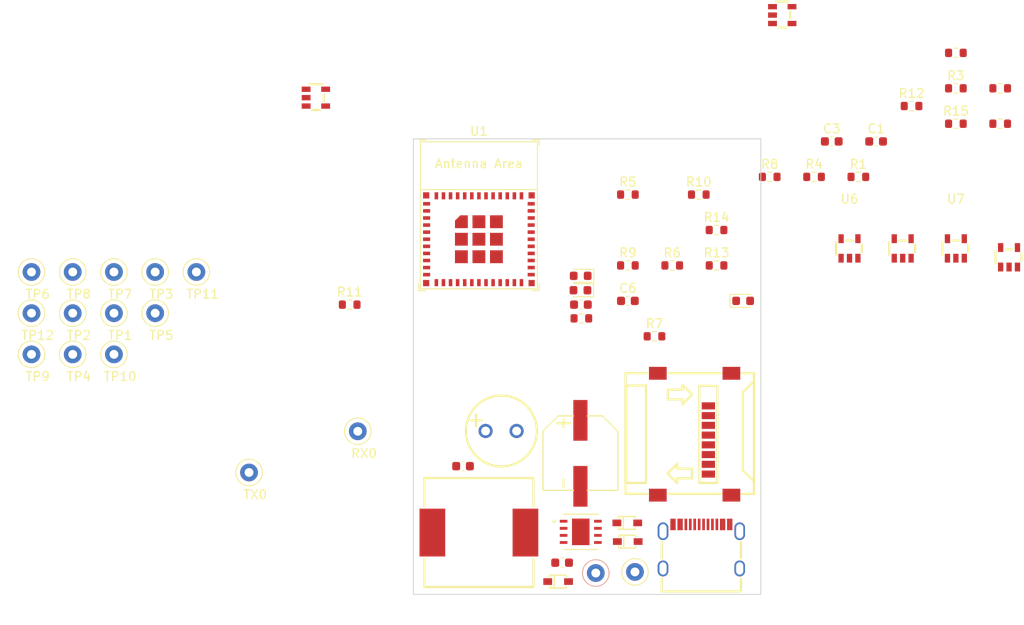
<source format=kicad_pcb>
(kicad_pcb (version 20211014) (generator pcbnew)
  (layers (0 "F.Cu" signal) (31 "B.Cu" signal) (34 "B.Paste" user) (35 "F.Paste" user) (36 "B.SilkS" user "B.Silkscreen") (37 "F.SilkS" user "F.Silkscreen") (38 "B.Mask" user) (39 "F.Mask" user) (44 "Edge.Cuts" user))
  (net 0 "")
  (net 1 "GND")
  (net 2 "+3V3")
  (net 4 "VIN")
  (net 5 "Net-(R2-Pad2)")
  (net 7 "Net-(C1-Pad1)")
  (net 10 "Net-(R3-Pad1)")
  (net 11 "ADC1_CH2")
  (net 15 "ADC1_CH3")
  (net 20 "ADC1_CH0")
  (net 21 "ADC1_CH1")
  (net 26 "Net-(J1-PadB5)")
  (net 27 "D+")
  (net 28 "D-")
  (net 29 "Net-(J1-PadA5)")
  (net 30 "ADC1_CH4")
  (net 31 "Net-(C5-Pad1)")
  (net 32 "+5V")
  (net 33 "Net-(D3-Pad1)")
  (net 34 "Net-(R5-Pad1)")
  (net 35 "Net-(R6-Pad1)")
  (net 36 "+VDC")
  (net 39 "Net-(C4-Pad2)")
  (net 40 "Net-(R4-Pad1)")
  (net 41 "Net-(R8-Pad1)")
  (net 42 "CS")
  (net 43 "DI")
  (net 44 "SCLK")
  (net 45 "DO")
  (net 46 "I2S")
  (net 47 "Net-(R10-Pad2)")
  (net 48 "Net-(R11-Pad2)")
  (net 49 "Net-(R12-Pad2)")
  (net 50 "Net-(R10-Pad1)")
  (net 51 "Net-(R12-Pad1)")
  (net 52 "Net-(R11-Pad1)")
  (net 53 "Net-(RX0-Pad1)")
  (net 54 "Net-(TX0-Pad1)")
  (net 55 "Net-(D2-Pad2)")
  (net 56 "Net-(TP4-Pad1)")
  (net 57 "Net-(TP7-Pad1)")
  (net 58 "Net-(TP8-Pad1)")
  (footprint "TestPoint:TestPoint_Loop_D2.50mm_Drill1.0mm" (layer "F.Cu") (at 155.37 67.74)
    (fp_text reference "TP8" (at 0.7 2.5) (layer "F.SilkS"))
    (fp_text value "TestPoint")
    (pad "1" thru_hole circle (at 0 0) (size 2 2) (drill 1) (layers *.Cu *.Mask) (net 58 "Net-(TP8-Pad1)"))
  )
  (footprint "Resistor_SMD:R_0603_1608Metric" (layer "F.Cu") (at 255 43)
    (fp_text reference "R2" hide)
    (fp_text value "5.1k" hide)
    (pad "1" smd roundrect (at -0.825 0) (size 0.8 0.95) (layers "F.Cu" "F.Paste" "F.Mask") (net 26 "Net-(J1-PadB5)"))
    (pad "2" smd roundrect (at 0.825 0) (size 0.8 0.95) (layers "F.Cu" "F.Paste" "F.Mask") (net 1 "GND"))
  )
  (footprint "lib:B0530WS_SE" (layer "F.Cu") (at 212.670009 97.6122)
    (fp_text reference "D3" hide)
    (fp_text value "B0530WS_SE" hide)
    (pad "1" smd rect (at -3.712591 5.08) (size 0.999998 0.750011) (layers "F.Cu" "F.Paste" "F.Mask") (net 33 "Net-(D3-Pad1)"))
    (pad "2" smd rect (at -1.367409 5.08) (size 0.999998 0.750011) (layers "F.Cu" "F.Paste" "F.Mask") (net 1 "GND"))
  )
  (footprint "Resistor_SMD:R_0603_1608Metric" (layer "F.Cu") (at 218 67)
    (fp_text reference "R9" (at 0 -1.43) (layer "F.SilkS"))
    (fp_text value "10k")
    (pad "1" smd roundrect (at -0.825 0) (size 0.8 0.95) (layers "F.Cu" "F.Paste" "F.Mask") (net 1 "GND"))
    (pad "2" smd roundrect (at 0.825 0) (size 0.8 0.95) (layers "F.Cu" "F.Paste" "F.Mask") (net 39 "Net-(C4-Pad2)"))
  )
  (footprint "TestPoint:TestPoint_Loop_D2.50mm_Drill1.0mm" (layer "F.Cu") (at 160.02 72.39)
    (fp_text reference "TP1" (at 0.7 2.5) (layer "F.SilkS"))
    (fp_text value "TestPoint")
    (pad "1" thru_hole circle (at 0 0) (size 2 2) (drill 1) (layers *.Cu *.Mask) (net 1 "GND"))
  )
  (footprint "lib:LM321MF" (layer "F.Cu") (at 240.495074 38.735 -90)
    (fp_text reference "U4" hide)
    (fp_text value "LM321MF" hide)
    (pad "1" smd rect (at -0.94996 6.180074 270) (size 0.599999 0.999998) (layers "F.Cu" "F.Paste" "F.Mask") (net 58 "Net-(TP8-Pad1)"))
    (pad "2" smd rect (at 0 6.180074 270) (size 0.599999 0.999998) (layers "F.Cu" "F.Paste" "F.Mask") (net 1 "GND"))
    (pad "3" smd rect (at 0.94996 6.180074 270) (size 0.599999 0.999998) (layers "F.Cu" "F.Paste" "F.Mask") (net 20 "ADC1_CH0"))
    (pad "4" smd rect (at 0.94996 3.979926 270) (size 0.599999 0.999998) (layers "F.Cu" "F.Paste" "F.Mask") (net 20 "ADC1_CH0"))
    (pad "5" smd rect (at -0.94996 3.979926 270) (size 0.599999 0.999998) (layers "F.Cu" "F.Paste" "F.Mask") (net 2 "+3V3"))
  )
  (footprint "Capacitor_SMD:C_0603_1608Metric" (layer "F.Cu") (at 246 53)
    (fp_text reference "C1" (at 0 -1.43) (layer "F.SilkS"))
    (fp_text value "1uF")
    (pad "1" smd roundrect (at -0.775 0) (size 0.9 0.95) (layers "F.Cu" "F.Paste" "F.Mask") (net 7 "Net-(C1-Pad1)"))
    (pad "2" smd roundrect (at 0.775 0) (size 0.9 0.95) (layers "F.Cu" "F.Paste" "F.Mask") (net 1 "GND"))
  )
  (footprint "TestPoint:TestPoint_Loop_D2.50mm_Drill1.0mm" (layer "F.Cu") (at 155.37 77.04)
    (fp_text reference "TP4" (at 0.7 2.5) (layer "F.SilkS"))
    (fp_text value "TestPoint")
    (pad "1" thru_hole circle (at 0 0) (size 2 2) (drill 1) (layers *.Cu *.Mask) (net 56 "Net-(TP4-Pad1)"))
  )
  (footprint "TestPoint:TestPoint_Loop_D2.50mm_Drill1.0mm" (layer "F.Cu") (at 164.67 72.39)
    (fp_text reference "TP5" (at 0.7 2.5) (layer "F.SilkS"))
    (fp_text value "TestPoint")
    (pad "1" thru_hole circle (at 0 0) (size 2 2) (drill 1) (layers *.Cu *.Mask) (net 50 "Net-(R10-Pad1)"))
  )
  (footprint "lib:LM321MF" (layer "F.Cu") (at 255 60)
    (fp_text reference "U7" (at 0 -0.5 unlocked) (layer "F.SilkS"))
    (fp_text value "LM321MF")
    (pad "1" smd rect (at -0.94996 6.180074) (size 0.599999 0.999998) (layers "F.Cu" "F.Paste" "F.Mask") (net 49 "Net-(R12-Pad2)"))
    (pad "2" smd rect (at 0 6.180074) (size 0.599999 0.999998) (layers "F.Cu" "F.Paste" "F.Mask") (net 1 "GND"))
    (pad "3" smd rect (at 0.94996 6.180074) (size 0.599999 0.999998) (layers "F.Cu" "F.Paste" "F.Mask") (net 30 "ADC1_CH4"))
    (pad "4" smd rect (at 0.94996 3.979926) (size 0.599999 0.999998) (layers "F.Cu" "F.Paste" "F.Mask") (net 30 "ADC1_CH4"))
    (pad "5" smd rect (at -0.94996 3.979926) (size 0.599999 0.999998) (layers "F.Cu" "F.Paste" "F.Mask") (net 2 "+3V3"))
  )
  (footprint "lib:B0530WS_SE" (layer "F.Cu") (at 220.522895 93.094195)
    (fp_text reference "D2" hide)
    (fp_text value "B0530WS_SE" hide)
    (pad "1" smd rect (at -3.712591 5.08) (size 0.999998 0.750011) (layers "F.Cu" "F.Paste" "F.Mask") (net 39 "Net-(C4-Pad2)"))
    (pad "2" smd rect (at -1.367409 5.08) (size 0.999998 0.750011) (layers "F.Cu" "F.Paste" "F.Mask") (net 55 "Net-(D2-Pad2)"))
  )
  (footprint "TestPoint:TestPoint_Loop_D2.50mm_Drill1.0mm" (layer "F.Cu") (at 218.7956 101.6)
    (fp_text reference "TP14" hide)
    (fp_text value "TestPoint" hide)
    (pad "1" thru_hole circle (at 0 0) (size 2 2) (drill 1) (layers *.Cu *.Mask) (net 55 "Net-(D2-Pad2)"))
  )
  (footprint "TestPoint:TestPoint_Loop_D2.50mm_Drill1.0mm" (layer "F.Cu") (at 150.72 67.74)
    (fp_text reference "TP6" (at 0.7 2.5) (layer "F.SilkS"))
    (fp_text value "TestPoint")
    (pad "1" thru_hole circle (at 0 0) (size 2 2) (drill 1) (layers *.Cu *.Mask) (net 52 "Net-(R11-Pad1)"))
  )
  (footprint "Resistor_SMD:R_0603_1608Metric" (layer "F.Cu") (at 228 63)
    (fp_text reference "R14" (at 0 -1.43) (layer "F.SilkS"))
    (fp_text value "1k")
    (pad "1" smd roundrect (at -0.825 0) (size 0.8 0.95) (layers "F.Cu" "F.Paste" "F.Mask") (net 48 "Net-(R11-Pad2)"))
    (pad "2" smd roundrect (at 0.825 0) (size 0.8 0.95) (layers "F.Cu" "F.Paste" "F.Mask") (net 1 "GND"))
  )
  (footprint "lib:KF471M016F115A" (layer "F.Cu") (at 203.695402 78.071817)
    (fp_text reference "C6" hide)
    (fp_text value "KF471M016F115A" hide)
    (pad "1" thru_hole circle (at -1.75006 7.62 90) (size 1.599997 1.599997) (drill 0.999998) (layers *.Mask "F.Cu" "In1.Cu" "B.Cu") (net 2 "+3V3"))
    (pad "2" thru_hole circle (at 1.75006 7.62 90) (size 1.599997 1.599997) (drill 0.999998) (layers *.Mask "F.Cu" "In1.Cu" "B.Cu") (net 1 "GND"))
  )
  (footprint "Diode_SMD:D_0603_1608Metric" (layer "F.Cu") (at 212.6488 69.7992 180)
    (fp_text reference "D2" hide)
    (fp_text value "D_Zener_Small_Filled" hide)
    (pad "1" smd roundrect (at -0.7875 0 180) (size 0.875 0.95) (layers "F.Cu" "F.Paste" "F.Mask") (net 4 "VIN"))
    (pad "2" smd roundrect (at 0.7875 0 180) (size 0.875 0.95) (layers "F.Cu" "F.Paste" "F.Mask") (net 36 "+VDC"))
  )
  (footprint "lib:LM321MF" (layer "F.Cu") (at 187.883457 48.056813 -90)
    (fp_text reference "U5" hide)
    (fp_text value "LM321MF" hide)
    (pad "1" smd rect (at -0.94996 6.180074 270) (size 0.599999 0.999998) (layers "F.Cu" "F.Paste" "F.Mask") (net 47 "Net-(R10-Pad2)"))
    (pad "2" smd rect (at 0 6.180074 270) (size 0.599999 0.999998) (layers "F.Cu" "F.Paste" "F.Mask") (net 1 "GND"))
    (pad "3" smd rect (at 0.94996 6.180074 270) (size 0.599999 0.999998) (layers "F.Cu" "F.Paste" "F.Mask") (net 11 "ADC1_CH2"))
    (pad "4" smd rect (at 0.94996 3.979926 270) (size 0.599999 0.999998) (layers "F.Cu" "F.Paste" "F.Mask") (net 11 "ADC1_CH2"))
    (pad "5" smd rect (at -0.94996 3.979926 270) (size 0.599999 0.999998) (layers "F.Cu" "F.Paste" "F.Mask") (net 2 "+3V3"))
  )
  (footprint "Capacitor_SMD:C_0603_1608Metric" (layer "F.Cu") (at 212.6996 71.4248 180)
    (fp_text reference "C4" hide)
    (fp_text value "100uF" hide)
    (pad "1" smd roundrect (at -0.775 0 180) (size 0.9 0.95) (layers "F.Cu" "F.Paste" "F.Mask") (net 4 "VIN"))
    (pad "2" smd roundrect (at 0.775 0 180) (size 0.9 0.95) (layers "F.Cu" "F.Paste" "F.Mask") (net 1 "GND"))
  )
  (footprint "TestPoint:TestPoint_Loop_D2.50mm_Drill1.0mm" (layer "F.Cu") (at 155.37 72.39)
    (fp_text reference "TP2" (at 0.7 2.5) (layer "F.SilkS"))
    (fp_text value "TestPoint")
    (pad "1" thru_hole circle (at 0 0) (size 2 2) (drill 1) (layers *.Cu *.Mask) (net 51 "Net-(R12-Pad1)"))
  )
  (footprint "Capacitor_SMD:C_0603_1608Metric" (layer "F.Cu") (at 218 71)
    (fp_text reference "C6" (at 0 -1.43) (layer "F.SilkS"))
    (fp_text value "470uF")
    (pad "1" smd roundrect (at -0.775 0) (size 0.9 0.95) (layers "F.Cu" "F.Paste" "F.Mask") (net 1 "GND"))
    (pad "2" smd roundrect (at 0.775 0) (size 0.9 0.95) (layers "F.Cu" "F.Paste" "F.Mask") (net 2 "+3V3"))
  )
  (footprint "TestPoint:TestPoint_Loop_D2.50mm_Drill1.0mm" (layer "F.Cu") (at 150.72 77.04)
    (fp_text reference "TP9" (at 0.7 2.5) (layer "F.SilkS"))
    (fp_text value "TestPoint")
    (pad "1" thru_hole circle (at 0 0) (size 2 2) (drill 1) (layers *.Cu *.Mask) (net 1 "GND"))
  )
  (footprint "Resistor_SMD:R_0603_1608Metric" (layer "F.Cu") (at 255 47)
    (fp_text reference "R3" (at 0 -1.43) (layer "F.SilkS"))
    (fp_text value "5.1k")
    (pad "1" smd roundrect (at -0.825 0) (size 0.8 0.95) (layers "F.Cu" "F.Paste" "F.Mask") (net 10 "Net-(R3-Pad1)"))
    (pad "2" smd roundrect (at 0.825 0) (size 0.8 0.95) (layers "F.Cu" "F.Paste" "F.Mask") (net 1 "GND"))
  )
  (footprint "Resistor_SMD:R_0603_1608Metric" (layer "F.Cu") (at 244 57)
    (fp_text reference "R1" (at 0 -1.43) (layer "F.SilkS"))
    (fp_text value "10k")
    (pad "1" smd roundrect (at -0.825 0) (size 0.8 0.95) (layers "F.Cu" "F.Paste" "F.Mask") (net 2 "+3V3"))
    (pad "2" smd roundrect (at 0.825 0) (size 0.8 0.95) (layers "F.Cu" "F.Paste" "F.Mask") (net 7 "Net-(C1-Pad1)"))
  )
  (footprint "Resistor_SMD:R_0603_1608Metric" (layer "F.Cu") (at 218 59)
    (fp_text reference "R5" (at 0 -1.43) (layer "F.SilkS"))
    (fp_text value "0.33")
    (pad "1" smd roundrect (at -0.825 0) (size 0.8 0.95) (layers "F.Cu" "F.Paste" "F.Mask") (net 34 "Net-(R5-Pad1)"))
    (pad "2" smd roundrect (at 0.825 0) (size 0.8 0.95) (layers "F.Cu" "F.Paste" "F.Mask") (net 39 "Net-(C4-Pad2)"))
  )
  (footprint "TestPoint:TestPoint_Loop_D2.50mm_Drill1.0mm" (layer "F.Cu") (at 160.02 67.74)
    (fp_text reference "TP7" (at 0.7 2.5) (layer "F.SilkS"))
    (fp_text value "TestPoint")
    (pad "1" thru_hole circle (at 0 0) (size 2 2) (drill 1) (layers *.Cu *.Mask) (net 57 "Net-(TP7-Pad1)"))
  )
  (footprint "Capacitor_SMD:C_0603_1608Metric" (layer "F.Cu") (at 199.403 89.662)
    (fp_text reference "C2" hide)
    (fp_text value "10uF" hide)
    (pad "1" smd roundrect (at -0.775 0) (size 0.9 0.95) (layers "F.Cu" "F.Paste" "F.Mask") (net 2 "+3V3"))
    (pad "2" smd roundrect (at 0.775 0) (size 0.9 0.95) (layers "F.Cu" "F.Paste" "F.Mask") (net 1 "GND"))
  )
  (footprint "Diode_SMD:D_0603_1608Metric" (layer "F.Cu") (at 231 71)
    (fp_text reference "D3" hide)
    (fp_text value "D_Zener_Small_Filled" hide)
    (pad "1" smd roundrect (at -0.7875 0) (size 0.875 0.95) (layers "F.Cu" "F.Paste" "F.Mask") (net 33 "Net-(D3-Pad1)"))
    (pad "2" smd roundrect (at 0.7875 0) (size 0.875 0.95) (layers "F.Cu" "F.Paste" "F.Mask") (net 1 "GND"))
  )
  (footprint "Capacitor_SMD:C_0603_1608Metric" (layer "F.Cu") (at 241 53)
    (fp_text reference "C3" (at 0 -1.43) (layer "F.SilkS"))
    (fp_text value "0.1uF")
    (pad "1" smd roundrect (at -0.775 0) (size 0.9 0.95) (layers "F.Cu" "F.Paste" "F.Mask") (net 2 "+3V3"))
    (pad "2" smd roundrect (at 0.775 0) (size 0.9 0.95) (layers "F.Cu" "F.Paste" "F.Mask") (net 1 "GND"))
  )
  (footprint "TestPoint:TestPoint_Loop_D2.50mm_Drill1.0mm" (layer "F.Cu") (at 164.67 67.74)
    (fp_text reference "TP3" (at 0.7 2.5) (layer "F.SilkS"))
    (fp_text value "TestPoint")
    (pad "1" thru_hole circle (at 0 0) (size 2 2) (drill 1) (layers *.Cu *.Mask) (net 1 "GND"))
  )
  (footprint "Resistor_SMD:R_0603_1608Metric" (layer "F.Cu") (at 221 75)
    (fp_text reference "R7" (at 0 -1.43) (layer "F.SilkS"))
    (fp_text value "3.3k")
    (pad "1" smd roundrect (at -0.825 0) (size 0.8 0.95) (layers "F.Cu" "F.Paste" "F.Mask") (net 2 "+3V3"))
    (pad "2" smd roundrect (at 0.825 0) (size 0.8 0.95) (layers "F.Cu" "F.Paste" "F.Mask") (net 35 "Net-(R6-Pad1)"))
  )
  (footprint "Resistor_SMD:R_0603_1608Metric" (layer "F.Cu") (at 186.6138 71.4248)
    (fp_text reference "R11" (at 0 -1.43) (layer "F.SilkS"))
    (fp_text value "3.92k")
    (pad "1" smd roundrect (at -0.825 0) (size 0.8 0.95) (layers "F.Cu" "F.Paste" "F.Mask") (net 52 "Net-(R11-Pad1)"))
    (pad "2" smd roundrect (at 0.825 0) (size 0.8 0.95) (layers "F.Cu" "F.Paste" "F.Mask") (net 48 "Net-(R11-Pad2)"))
  )
  (footprint "lib:USB-TYPE-C-018" (layer "F.Cu") (at 226.2886 91.10587)
    (fp_text reference "USB-C1" hide)
    (fp_text value "USB-TYPE-C-018" hide)
    (pad "" np_thru_hole circle (at -2.899918 6.404356) (size 0.750011 0.750011) (drill 0.750011) (layers *.Mask "F.Cu" "In1.Cu" "B.Cu"))
    (pad "" np_thru_hole circle (at 2.899918 6.404356) (size 0.750011 0.750011) (drill 0.750011) (layers *.Mask "F.Cu" "In1.Cu" "B.Cu"))
    (pad "0" thru_hole oval (at -4.325112 5.90423) (size 1.199998 1.999996) (drill oval 0.799998 1.600022) (layers *.Mask "F.Cu" "In1.Cu" "B.Cu") (net 1 "GND"))
    (pad "1" thru_hole oval (at 4.325112 5.90423) (size 1.199998 1.999996) (drill oval 0.799998 1.599971) (layers *.Mask "F.Cu" "In1.Cu" "B.Cu") (net 1 "GND"))
    (pad "2" thru_hole oval (at 4.325112 10.10412) (size 1.199998 1.799996) (drill oval 0.799998 1.399997) (layers *.Mask "F.Cu" "In1.Cu" "B.Cu") (net 1 "GND"))
    (pad "3" thru_hole oval (at -4.325112 10.10412) (size 1.199998 1.799996) (drill oval 0.799998 1.399997) (layers *.Mask "F.Cu" "In1.Cu" "B.Cu") (net 1 "GND"))
    (pad "A1" smd rect (at -3.350006 5.13588) (size 0.299999 1.299997) (layers "F.Cu" "F.Paste" "F.Mask") (net 1 "GND"))
    (pad "A4" smd rect (at -2.549906 5.13588) (size 0.299999 1.299997) (layers "F.Cu" "F.Paste" "F.Mask") (net 32 "+5V"))
    (pad "A5" smd rect (at -1.249934 5.13588) (size 0.299999 1.299997) (layers "F.Cu" "F.Paste" "F.Mask"))
    (pad "A6" smd rect (at -0.249936 5.13588) (size 0.299999 1.299997) (layers "F.Cu" "F.Paste" "F.Mask") (net 27 "D+"))
    (pad "A7" smd rect (at 0.249936 5.13588) (size 0.299999 1.299997) (layers "F.Cu" "F.Paste" "F.Mask") (net 28 "D-"))
    (pad "A8" smd rect (at 1.24968 5.13588) (size 0.299999 1.299997) (layers "F.Cu" "F.Paste" "F.Mask"))
    (pad "A9" smd rect (at 2.55016 5.13588) (size 0.299999 1.299997) (layers "F.Cu" "F.Paste" "F.Mask") (net 32 "+5V"))
    (pad "A12" smd rect (at 3.350006 5.13588) (size 0.299999 1.299997) (layers "F.Cu" "F.Paste" "F.Mask") (net 1 "GND"))
    (pad "B1" smd rect (at 3.050032 5.13588) (size 0.299999 1.299997) (layers "F.Cu" "F.Paste" "F.Mask") (net 1 "GND"))
    (pad "B4" smd rect (at 2.249932 5.13588) (size 0.299999 1.299997) (layers "F.Cu" "F.Paste" "F.Mask") (net 32 "+5V"))
    (pad "B5" smd rect (at 1.75006 5.13588) (size 0.299999 1.299997) (layers "F.Cu" "F.Paste" "F.Mask"))
    (pad "B6" smd rect (at 0.750062 5.13588) (size 0.299999 1.299997) (layers "F.Cu" "F.Paste" "F.Mask") (net 27 "D+"))
    (pad "B7" smd rect (at -0.750062 5.13588) (size 0.299999 1.299997) (layers "F.Cu" "F.Paste" "F.Mask") (net 28 "D-"))
    (pad "B8" smd rect (at -1.75006 5.13588) (size 0.299999 1.299997) (layers "F.Cu" "F.Paste" "F.Mask"))
    (pad "B9" smd rect (at -2.249932 5.13588) (size 0.299999 1.299997) (layers "F.Cu" "F.Paste" "F.Mask") (net 32 "+5V"))
    (pad "B12" smd rect (at -3.050032 5.13588) (size 0.299999 1.299997) (layers "F.Cu" "F.Paste" "F.Mask") (net 1 "GND"))
  )
  (footprint "Resistor_SMD:R_0603_1608Metric" (layer "F.Cu") (at 250 49)
    (fp_text reference "R12" (at 0 -1.43) (layer "F.SilkS"))
    (fp_text value "7.5k")
    (pad "1" smd roundrect (at -0.825 0) (size 0.8 0.95) (layers "F.Cu" "F.Paste" "F.Mask") (net 51 "Net-(R12-Pad1)"))
    (pad "2" smd roundrect (at 0.825 0) (size 0.8 0.95) (layers "F.Cu" "F.Paste" "F.Mask") (net 49 "Net-(R12-Pad2)"))
  )
  (footprint "Resistor_SMD:R_0603_1608Metric" (layer "F.Cu") (at 223 67)
    (fp_text reference "R6" (at 0 -1.43) (layer "F.SilkS"))
    (fp_text value "1.96k")
    (pad "1" smd roundrect (at -0.825 0) (size 0.8 0.95) (layers "F.Cu" "F.Paste" "F.Mask") (net 35 "Net-(R6-Pad1)"))
    (pad "2" smd roundrect (at 0.825 0) (size 0.8 0.95) (layers "F.Cu" "F.Paste" "F.Mask") (net 1 "GND"))
  )
  (footprint "Resistor_SMD:R_0603_1608Metric" (layer "F.Cu") (at 260 51)
    (fp_text reference "R3" hide)
    (fp_text value "5.1k" hide)
    (pad "1" smd roundrect (at -0.825 0) (size 0.8 0.95) (layers "F.Cu" "F.Paste" "F.Mask") (net 1 "GND"))
    (pad "2" smd roundrect (at 0.825 0) (size 0.8 0.95) (layers "F.Cu" "F.Paste" "F.Mask") (net 29 "Net-(J1-PadA5)"))
  )
  (footprint "Resistor_SMD:R_0603_1608Metric" (layer "F.Cu") (at 212.7504 72.9742)
    (fp_text reference "R4" hide)
    (fp_text value "10k" hide)
    (pad "1" smd roundrect (at -0.825 0) (size 0.8 0.95) (layers "F.Cu" "F.Paste" "F.Mask") (net 1 "GND"))
    (pad "2" smd roundrect (at 0.825 0) (size 0.8 0.95) (layers "F.Cu" "F.Paste" "F.Mask") (net 4 "VIN"))
  )
  (footprint "lib:472192001" (layer "F.Cu") (at 212.827407 86.0552 90)
    (fp_text reference "SD1" hide)
    (fp_text value "472192001" hide)
    (pad "1" smd rect (at 3.200019 14.249781 90) (size 0.799998 1.499997) (layers "F.Cu" "F.Paste" "F.Mask") (net 40 "Net-(R4-Pad1)"))
    (pad "2" smd rect (at 2.099945 14.249781 90) (size 0.799998 1.499997) (layers "F.Cu" "F.Paste" "F.Mask") (net 42 "CS"))
    (pad "3" smd rect (at 0.999871 14.249781 90) (size 0.799998 1.499997) (layers "F.Cu" "F.Paste" "F.Mask") (net 43 "DI"))
    (pad "4" smd rect (at -0.099949 14.249781 90) (size 0.799998 1.499997) (layers "F.Cu" "F.Paste" "F.Mask") (net 2 "+3V3"))
    (pad "5" smd rect (at -1.200023 14.249781 90) (size 0.799998 1.499997) (layers "F.Cu" "F.Paste" "F.Mask") (net 44 "SCLK"))
    (pad "6" smd rect (at -2.300097 14.249781 90) (size 0.799998 1.499997) (layers "F.Cu" "F.Paste" "F.Mask") (net 1 "GND"))
    (pad "7" smd rect (at -3.399917 14.249781 90) (size 0.799998 1.499997) (layers "F.Cu" "F.Paste" "F.Mask") (net 45 "DO"))
    (pad "8" smd rect (at -4.499991 14.249781 90) (size 0.799998 1.499997) (layers "F.Cu" "F.Paste" "F.Mask") (net 41 "Net-(R8-Pad1)"))
    (pad "9" smd rect (at 6.879971 8.550021 90) (size 1.45001 1.999996) (layers "F.Cu" "F.Paste" "F.Mask") (net 1 "GND"))
    (pad "10" smd rect (at -6.879971 8.550021 90) (size 1.45001 1.999996) (layers "F.Cu" "F.Paste" "F.Mask") (net 1 "GND"))
    (pad "11" smd rect (at -6.879971 16.849979 90) (size 1.45001 1.999996) (layers "F.Cu" "F.Paste" "F.Mask") (net 1 "GND"))
    (pad "12" smd rect (at 6.879971 16.849979 90) (size 1.45001 1.999996) (layers "F.Cu" "F.Paste" "F.Mask") (net 1 "GND"))
  )
  (footprint "TestPoint:TestPoint_Loop_D2.50mm_Drill1.0mm" (layer "F.Cu") (at 175.26 90.375)
    (fp_text reference "TX0" (at 0.7 2.5) (layer "F.SilkS"))
    (fp_text value "TestPoint")
    (pad "1" thru_hole circle (at 0 0) (size 2 2) (drill 1) (layers *.Cu *.Mask) (net 54 "Net-(TX0-Pad1)"))
  )
  (footprint "lib:LM321MF" (layer "F.Cu") (at 249 60)
    (fp_text reference "U3")
    (fp_text value "LM321MF" hide)
    (pad "1" smd rect (at -0.94996 6.180074) (size 0.599999 0.999998) (layers "F.Cu" "F.Paste" "F.Mask") (net 57 "Net-(TP7-Pad1)"))
    (pad "2" smd rect (at 0 6.180074) (size 0.599999 0.999998) (layers "F.Cu" "F.Paste" "F.Mask") (net 1 "GND"))
    (pad "3" smd rect (at 0.94996 6.180074) (size 0.599999 0.999998) (layers "F.Cu" "F.Paste" "F.Mask") (net 21 "ADC1_CH1"))
    (pad "4" smd rect (at 0.94996 3.979926) (size 0.599999 0.999998) (layers "F.Cu" "F.Paste" "F.Mask") (net 21 "ADC1_CH1"))
    (pad "5" smd rect (at -0.94996 3.979926) (size 0.599999 0.999998) (layers "F.Cu" "F.Paste" "F.Mask") (net 2 "+3V3"))
  )
  (footprint "TestPoint:TestPoint_Loop_D2.50mm_Drill1.0mm" (layer "F.Cu") (at 187.53 85.725)
    (fp_text reference "RX0" (at 0.7 2.5) (layer "F.SilkS"))
    (fp_text value "TestPoint")
    (pad "1" thru_hole circle (at 0 0) (size 2 2) (drill 1) (layers *.Cu *.Mask) (net 53 "Net-(RX0-Pad1)"))
  )
  (footprint "Resistor_SMD:R_0603_1608Metric" (layer "F.Cu") (at 239 57)
    (fp_text reference "R4" (at 0 -1.43) (layer "F.SilkS"))
    (fp_text value "10k")
    (pad "1" smd roundrect (at -0.825 0) (size 0.8 0.95) (layers "F.Cu" "F.Paste" "F.Mask") (net 40 "Net-(R4-Pad1)"))
    (pad "2" smd roundrect (at 0.825 0) (size 0.8 0.95) (layers "F.Cu" "F.Paste" "F.Mask") (net 2 "+3V3"))
  )
  (footprint "Resistor_SMD:R_0603_1608Metric" (layer "F.Cu") (at 234 57)
    (fp_text reference "R8" (at 0 -1.43) (layer "F.SilkS"))
    (fp_text value "10k")
    (pad "1" smd roundrect (at -0.825 0) (size 0.8 0.95) (layers "F.Cu" "F.Paste" "F.Mask") (net 41 "Net-(R8-Pad1)"))
    (pad "2" smd roundrect (at 0.825 0) (size 0.8 0.95) (layers "F.Cu" "F.Paste" "F.Mask") (net 2 "+3V3"))
  )
  (footprint "Resistor_SMD:R_0603_1608Metric" (layer "F.Cu") (at 228 67)
    (fp_text reference "R13" (at 0 -1.43) (layer "F.SilkS"))
    (fp_text value "1k")
    (pad "1" smd roundrect (at -0.825 0) (size 0.8 0.95) (layers "F.Cu" "F.Paste" "F.Mask") (net 47 "Net-(R10-Pad2)"))
    (pad "2" smd roundrect (at 0.825 0) (size 0.8 0.95) (layers "F.Cu" "F.Paste" "F.Mask") (net 1 "GND"))
  )
  (footprint "lib:LM321MF" (layer "F.Cu") (at 261 61)
    (fp_text reference "U8" hide)
    (fp_text value "LM321MF" hide)
    (pad "1" smd rect (at -0.94996 6.180074) (size 0.599999 0.999998) (layers "F.Cu" "F.Paste" "F.Mask") (net 56 "Net-(TP4-Pad1)"))
    (pad "2" smd rect (at 0 6.180074) (size 0.599999 0.999998) (layers "F.Cu" "F.Paste" "F.Mask") (net 1 "GND"))
    (pad "3" smd rect (at 0.94996 6.180074) (size 0.599999 0.999998) (layers "F.Cu" "F.Paste" "F.Mask") (net 46 "I2S"))
    (pad "4" smd rect (at 0.94996 3.979926) (size 0.599999 0.999998) (layers "F.Cu" "F.Paste" "F.Mask") (net 46 "I2S"))
    (pad "5" smd rect (at -0.94996 3.979926) (size 0.599999 0.999998) (layers "F.Cu" "F.Paste" "F.Mask") (net 2 "+3V3"))
  )
  (footprint "Espressif:ESP32-C3-MINI-1" (layer "F.Cu") (at 201.1934 61.341)
    (fp_text reference "U1" (at 0 -9.5) (layer "F.SilkS"))
    (fp_text value "ESP32-C3-MINI-1")
    (fp_text user "Antenna Area" (at 0 -5.85) (layer "F.SilkS"))
    (pad "1" smd rect (at -5.9 -1.3 90) (size 0.4 0.8) (layers "F.Cu" "F.Paste" "F.Mask") (net 1 "GND"))
    (pad "2" smd rect (at -5.9 -0.5 90) (size 0.4 0.8) (layers "F.Cu" "F.Paste" "F.Mask") (net 1 "GND"))
    (pad "3" smd rect (at -5.9 0.3 90) (size 0.4 0.8) (layers "F.Cu" "F.Paste" "F.Mask") (net 2 "+3V3"))
    (pad "4" smd rect (at -5.9 1.1 90) (size 0.4 0.8) (layers "F.Cu" "F.Paste" "F.Mask"))
    (pad "5" smd rect (at -5.9 1.9 90) (size 0.4 0.8) (layers "F.Cu" "F.Paste" "F.Mask") (net 11 "ADC1_CH2"))
    (pad "6" smd rect (at -5.9 2.7 90) (size 0.4 0.8) (layers "F.Cu" "F.Paste" "F.Mask") (net 15 "ADC1_CH3"))
    (pad "7" smd rect (at -5.9 3.5 90) (size 0.4 0.8) (layers "F.Cu" "F.Paste" "F.Mask"))
    (pad "8" smd rect (at -5.9 4.3 90) (size 0.4 0.8) (layers "F.Cu" "F.Paste" "F.Mask") (net 7 "Net-(C1-Pad1)"))
    (pad "9" smd rect (at -5.9 5.1 90) (size 0.4 0.8) (layers "F.Cu" "F.Paste" "F.Mask"))
    (pad "10" smd rect (at -5.9 5.9 90) (size 0.4 0.8) (layers "F.Cu" "F.Paste" "F.Mask"))
    (pad "11" smd rect (at -5.9 6.7 90) (size 0.4 0.8) (layers "F.Cu" "F.Paste" "F.Mask"))
    (pad "12" smd rect (at -4.8 7.6) (size 0.4 0.8) (layers "F.Cu" "F.Paste" "F.Mask") (net 20 "ADC1_CH0"))
    (pad "13" smd rect (at -4 7.6) (size 0.4 0.8) (layers "F.Cu" "F.Paste" "F.Mask") (net 21 "ADC1_CH1"))
    (pad "14" smd rect (at -3.2 7.6) (size 0.4 0.8) (layers "F.Cu" "F.Paste" "F.Mask"))
    (pad "15" smd rect (at -2.4 7.6) (size 0.4 0.8) (layers "F.Cu" "F.Paste" "F.Mask"))
    (pad "16" smd rect (at -1.6 7.6) (size 0.4 0.8) (layers "F.Cu" "F.Paste" "F.Mask"))
    (pad "17" smd rect (at -0.8 7.6) (size 0.4 0.8) (layers "F.Cu" "F.Paste" "F.Mask"))
    (pad "18" smd rect (at 0 7.6) (size 0.4 0.8) (layers "F.Cu" "F.Paste" "F.Mask") (net 30 "ADC1_CH4"))
    (pad "19" smd rect (at 0.8 7.6) (size 0.4 0.8) (layers "F.Cu" "F.Paste" "F.Mask") (net 46 "I2S"))
    (pad "20" smd rect (at 1.6 7.6) (size 0.4 0.8) (layers "F.Cu" "F.Paste" "F.Mask") (net 42 "CS"))
    (pad "21" smd rect (at 2.4 7.6) (size 0.4 0.8) (layers "F.Cu" "F.Paste" "F.Mask") (net 43 "DI"))
    (pad "22" smd rect (at 3.2 7.6) (size 0.4 0.8) (layers "F.Cu" "F.Paste" "F.Mask") (net 44 "SCLK"))
    (pad "23" smd rect (at 4 7.6) (size 0.4 0.8) (layers "F.Cu" "F.Paste" "F.Mask") (net 45 "DO"))
    (pad "24" smd rect (at 4.8 7.6) (size 0.4 0.8) (layers "F.Cu" "F.Paste" "F.Mask"))
    (pad "25" smd rect (at 5.9 6.7 90) (size 0.4 0.8) (layers "F.Cu" "F.Paste" "F.Mask"))
    (pad "26" smd rect (at 5.9 5.9 90) (size 0.4 0.8) (layers "F.Cu" "F.Paste" "F.Mask") (net 28 "D-"))
    (pad "27" smd rect (at 5.9 5.1 90) (size 0.4 0.8) (layers "F.Cu" "F.Paste" "F.Mask") (net 27 "D+"))
    (pad "28" smd rect (at 5.9 4.3 90) (size 0.4 0.8) (layers "F.Cu" "F.Paste" "F.Mask"))
    (pad "29" smd rect (at 5.9 3.5 90) (size 0.4 0.8) (layers "F.Cu" "F.Paste" "F.Mask"))
    (pad "30" smd rect (at 5.9 2.7 90) (size 0.4 0.8) (layers "F.Cu" "F.Paste" "F.Mask") (net 53 "Net-(RX0-Pad1)"))
    (pad "31" smd rect (at 5.9 1.9 90) (size 0.4 0.8) (layers "F.Cu" "F.Paste" "F.Mask") (net 54 "Net-(TX0-Pad1)"))
    (pad "32" smd rect (at 5.9 1.1 90) (size 0.4 0.8) (layers "F.Cu" "F.Paste" "F.Mask"))
    (pad "33" smd rect (at 5.9 0.3 90) (size 0.4 0.8) (layers "F.Cu" "F.Paste" "F.Mask"))
    (pad "34" smd rect (at 5.9 -0.5 90) (size 0.4 0.8) (layers "F.Cu" "F.Paste" "F.Mask"))
    (pad "35" smd rect (at 5.9 -1.3 90) (size 0.4 0.8) (layers "F.Cu" "F.Paste" "F.Mask"))
    (pad "36" smd rect (at 4.8 -2.2) (size 0.4 0.8) (layers "F.Cu" "F.Paste" "F.Mask") (net 1 "GND"))
    (pad "37" smd rect (at 4 -2.2) (size 0.4 0.8) (layers "F.Cu" "F.Paste" "F.Mask") (net 1 "GND"))
    (pad "38" smd rect (at 3.2 -2.2) (size 0.4 0.8) (layers "F.Cu" "F.Paste" "F.Mask") (net 1 "GND"))
    (pad "39" smd rect (at 2.4 -2.2) (size 0.4 0.8) (layers "F.Cu" "F.Paste" "F.Mask") (net 1 "GND"))
    (pad "40" smd rect (at 1.6 -2.2) (size 0.4 0.8) (layers "F.Cu" "F.Paste" "F.Mask") (net 1 "GND"))
    (pad "41" smd rect (at 0.8 -2.2) (size 0.4 0.8) (layers "F.Cu" "F.Paste" "F.Mask") (net 1 "GND"))
    (pad "42" smd rect (at 0 -2.2) (size 0.4 0.8) (layers "F.Cu" "F.Paste" "F.Mask") (net 1 "GND"))
    (pad "43" smd rect (at -0.8 -2.2) (size 0.4 0.8) (layers "F.Cu" "F.Paste" "F.Mask") (net 1 "GND"))
    (pad "44" smd rect (at -1.6 -2.2) (size 0.4 0.8) (layers "F.Cu" "F.Paste" "F.Mask") (net 1 "GND"))
    (pad "45" smd rect (at -2.4 -2.2) (size 0.4 0.8) (layers "F.Cu" "F.Paste" "F.Mask") (net 1 "GND"))
    (pad "46" smd rect (at -3.2 -2.2) (size 0.4 0.8) (layers "F.Cu" "F.Paste" "F.Mask") (net 1 "GND"))
    (pad "47" smd rect (at -4 -2.2) (size 0.4 0.8) (layers "F.Cu" "F.Paste" "F.Mask") (net 1 "GND"))
    (pad "48" smd rect (at -4.8 -2.2) (size 0.4 0.8) (layers "F.Cu" "F.Paste" "F.Mask") (net 1 "GND"))
    (pad "49" smd rect (at 1.975 0.725 90) (size 1.45 1.45) (layers "F.Cu" "F.Paste" "F.Mask") (net 1 "GND"))
    (pad "49" smd rect (at 1.975 2.7 90) (size 1.45 1.45) (layers "F.Cu" "F.Paste" "F.Mask") (net 1 "GND"))
    (pad "49" smd rect (at 0 4.675 90) (size 1.45 1.45) (layers "F.Cu" "F.Paste" "F.Mask") (net 1 "GND"))
    (pad "49" smd rect (at -1.975 2.7 90) (size 1.45 1.45) (layers "F.Cu" "F.Paste" "F.Mask") (net 1 "GND"))
    (pad "49" smd custom (at -1.975 0.725) (size 0.8 0.8) (layers "F.Cu" "F.Paste" "F.Mask") (net 1 "GND") (options (clearance outline) (anchor rect)) (primitives (gr_poly (pts (xy 0.725 0.725) (xy -0.725 0.725) (xy -0.725 -0.125) (xy -0.125 -0.725) (xy 0.725 -0.725)) (width 0) (fill yes))))
    (pad "49" smd rect (at -1.975 4.675 90) (size 1.45 1.45) (layers "F.Cu" "F.Paste" "F.Mask") (net 1 "GND"))
    (pad "49" smd rect (at 0 0.725 90) (size 1.45 1.45) (layers "F.Cu" "F.Paste" "F.Mask") (net 1 "GND"))
    (pad "49" smd rect (at 0 2.7 90) (size 1.45 1.45) (layers "F.Cu" "F.Paste" "F.Mask") (net 1 "GND"))
    (pad "49" smd rect (at 1.975 4.675 90) (size 1.45 1.45) (layers "F.Cu" "F.Paste" "F.Mask") (net 1 "GND"))
    (pad "50" smd rect (at 5.95 -2.25 90) (size 0.7 0.7) (layers "F.Cu" "F.Paste" "F.Mask") (net 1 "GND"))
    (pad "51" smd rect (at 5.95 7.65 90) (size 0.7 0.7) (layers "F.Cu" "F.Paste" "F.Mask") (net 1 "GND"))
    (pad "52" smd rect (at -5.95 7.65 90) (size 0.7 0.7) (layers "F.Cu" "F.Paste" "F.Mask") (net 1 "GND"))
    (pad "53" smd rect (at -5.95 -2.25 90) (size 0.7 0.7) (layers "F.Cu" "F.Paste" "F.Mask") (net 1 "GND"))
  )
  (footprint "TestPoint:TestPoint_Loop_D2.50mm_Drill1.0mm" (layer "F.Cu") (at 160.02 77.04)
    (fp_text reference "TP10" (at 0.7 2.5) (layer "F.SilkS"))
    (fp_text value "TestPoint")
    (pad "1" thru_hole circle (at 0 0) (size 2 2) (drill 1) (layers *.Cu *.Mask) (net 1 "GND"))
  )
  (footprint "Resistor_SMD:R_0603_1608Metric" (layer "F.Cu") (at 255 51)
    (fp_text reference "R15" (at 0 -1.43) (layer "F.SilkS"))
    (fp_text value "1k")
    (pad "1" smd roundrect (at -0.825 0) (size 0.8 0.95) (layers "F.Cu" "F.Paste" "F.Mask") (net 49 "Net-(R12-Pad2)"))
    (pad "2" smd roundrect (at 0.825 0) (size 0.8 0.95) (layers "F.Cu" "F.Paste" "F.Mask") (net 1 "GND"))
  )
  (footprint "lib:RT1H101M0810" (layer "F.Cu") (at 222.803828 90.7542 -90)
    (fp_text reference "C4" hide)
    (fp_text value "100uF" hide)
    (pad "1" smd rect (at -6.264402 10.16 270) (size 4.599991 1.599997) (layers "F.Cu" "F.Paste" "F.Mask") (net 1 "GND"))
    (pad "2" smd rect (at 1.184402 10.16 270) (size 4.599991 1.599997) (layers "F.Cu" "F.Paste" "F.Mask") (net 39 "Net-(C4-Pad2)"))
  )
  (footprint "lib:8-WDFN Exposed Pad" (layer "F.Cu") (at 212.6835 97.0788)
    (fp_text reference "U2" hide)
    (fp_text value "MC34063ADRJR" hide)
    (pad "1" smd roundrect (at -1.935 -1.2) (size 0.86 0.32) (layers "F.Cu" "F.Paste" "F.Mask") (roundrect_rratio 0.04) (net 34 "Net-(R5-Pad1)"))
    (pad "2" smd roundrect (at -1.935 -0.4) (size 0.86 0.32) (layers "F.Cu" "F.Paste" "F.Mask") (roundrect_rratio 0.04) (net 33 "Net-(D3-Pad1)"))
    (pad "3" smd roundrect (at -1.935 0.4) (size 0.86 0.32) (layers "F.Cu" "F.Paste" "F.Mask") (roundrect_rratio 0.04) (net 31 "Net-(C5-Pad1)"))
    (pad "4" smd roundrect (at -1.935 1.2) (size 0.86 0.32) (layers "F.Cu" "F.Paste" "F.Mask") (roundrect_rratio 0.04) (net 1 "GND"))
    (pad "5" smd roundrect (at 1.935 1.2 180) (size 0.86 0.32) (layers "F.Cu" "F.Paste" "F.Mask") (roundrect_rratio 0.04) (net 35 "Net-(R6-Pad1)"))
    (pad "6" smd roundrect (at 1.935 0.4 180) (size 0.86 0.32) (layers "F.Cu" "F.Paste" "F.Mask") (roundrect_rratio 0.04) (net 39 "Net-(C4-Pad2)"))
    (pad "7" smd roundrect (at 1.935 -0.4 180) (size 0.86 0.32) (layers "F.Cu" "F.Paste" "F.Mask") (roundrect_rratio 0.04) (net 34 "Net-(R5-Pad1)"))
    (pad "8" smd roundrect (at 1.935 -1.2 180) (size 0.86 0.32) (layers "F.Cu" "F.Paste" "F.Mask") (roundrect_rratio 0.04) (net 34 "Net-(R5-Pad1)"))
    (pad "9" smd rect (at 0 0) (size 1.98 3) (layers "F.Cu" "F.Mask") (net 1 "GND"))
  )
  (footprint "lib:B0530WS_SE" (layer "F.Cu") (at 220.472095 90.985995)
    (fp_text reference "D1" hide)
    (fp_text value "B0530WS_SE" hide)
    (pad "1" smd rect (at -3.712591 5.08) (size 0.999998 0.750011) (layers "F.Cu" "F.Paste" "F.Mask") (net 39 "Net-(C4-Pad2)"))
    (pad "2" smd rect (at -1.367409 5.08) (size 0.999998 0.750011) (layers "F.Cu" "F.Paste" "F.Mask") (net 32 "+5V"))
  )
  (footprint "Capacitor_SMD:C_0603_1608Metric" (layer "F.Cu") (at 210.5784 100.5586)
    (fp_text reference "C5" hide)
    (fp_text value "470pF" hide)
    (pad "1" smd roundrect (at -0.775 0) (size 0.9 0.95) (layers "F.Cu" "F.Paste" "F.Mask") (net 31 "Net-(C5-Pad1)"))
    (pad "2" smd roundrect (at 0.775 0) (size 0.9 0.95) (layers "F.Cu" "F.Paste" "F.Mask") (net 1 "GND"))
  )
  (footprint "lib:SMDRI127-221MT" (layer "F.Cu") (at 201.1934 107.3186 180)
    (fp_text reference "L1" hide)
    (fp_text value "220uH" hide)
    (pad "1" smd rect (at -5.250053 10.16 180) (size 2.899994 5.399989) (layers "F.Cu" "F.Paste" "F.Mask") (net 33 "Net-(D3-Pad1)"))
    (pad "2" smd rect (at 5.250053 10.16 180) (size 2.899994 5.399989) (layers "F.Cu" "F.Paste" "F.Mask") (net 2 "+3V3"))
  )
  (footprint "Resistor_SMD:R_0603_1608Metric" (layer "F.Cu") (at 226 59)
    (fp_text reference "R10" (at 0 -1.43) (layer "F.SilkS"))
    (fp_text value "1.6k")
    (pad "1" smd roundrect (at -0.825 0) (size 0.8 0.95) (layers "F.Cu" "F.Paste" "F.Mask") (net 50 "Net-(R10-Pad1)"))
    (pad "2" smd roundrect (at 0.825 0) (size 0.8 0.95) (layers "F.Cu" "F.Paste" "F.Mask") (net 47 "Net-(R10-Pad2)"))
  )
  (footprint "Resistor_SMD:R_0603_1608Metric" (layer "F.Cu") (at 260 47)
    (fp_text reference "R2" hide)
    (fp_text value "5.1k" hide)
    (pad "1" smd roundrect (at -0.825 0) (size 0.8 0.95) (layers "F.Cu" "F.Paste" "F.Mask") (net 1 "GND"))
    (pad "2" smd roundrect (at 0.825 0) (size 0.8 0.95) (layers "F.Cu" "F.Paste" "F.Mask") (net 5 "Net-(R2-Pad2)"))
  )
  (footprint "TestPoint:TestPoint_Loop_D2.50mm_Drill1.0mm" (layer "F.Cu") (at 169.32 67.74)
    (fp_text reference "TP11" (at 0.7 2.5) (layer "F.SilkS"))
    (fp_text value "TestPoint")
    (pad "1" thru_hole circle (at 0 0) (size 2 2) (drill 1) (layers *.Cu *.Mask) (net 1 "GND"))
  )
  (footprint "TestPoint:TestPoint_Loop_D2.50mm_Drill1.0mm" (layer "F.Cu") (at 150.72 72.39)
    (fp_text reference "TP12" (at 0.7 2.5) (layer "F.SilkS"))
    (fp_text value "TestPoint")
    (pad "1" thru_hole circle (at 0 0) (size 2 2) (drill 1) (layers *.Cu *.Mask) (net 1 "GND"))
  )
  (footprint "Diode_SMD:D_0603_1608Metric" (layer "F.Cu") (at 212.6742 68.1736 180)
    (fp_text reference "D1" hide)
    (fp_text value "D_Zener_Small_Filled" hide)
    (pad "1" smd roundrect (at -0.7875 0 180) (size 0.875 0.95) (layers "F.Cu" "F.Paste" "F.Mask") (net 4 "VIN"))
    (pad "2" smd roundrect (at 0.7875 0 180) (size 0.875 0.95) (layers "F.Cu" "F.Paste" "F.Mask") (net 32 "+5V"))
  )
  (footprint "lib:LM321MF" (layer "F.Cu") (at 243 60)
    (fp_text reference "U6" (at 0 -0.5 unlocked) (layer "F.SilkS"))
    (fp_text value "LM321MF")
    (pad "1" smd rect (at -0.94996 6.180074) (size 0.599999 0.999998) (layers "F.Cu" "F.Paste" "F.Mask") (net 48 "Net-(R11-Pad2)"))
    (pad "2" smd rect (at 0 6.180074) (size 0.599999 0.999998) (layers "F.Cu" "F.Paste" "F.Mask") (net 1 "GND"))
    (pad "3" smd rect (at 0.94996 6.180074) (size 0.599999 0.999998) (layers "F.Cu" "F.Paste" "F.Mask") (net 15 "ADC1_CH3"))
    (pad "4" smd rect (at 0.94996 3.979926) (size 0.599999 0.999998) (layers "F.Cu" "F.Paste" "F.Mask") (net 15 "ADC1_CH3"))
    (pad "5" smd rect (at -0.94996 3.979926) (size 0.599999 0.999998) (layers "F.Cu" "F.Paste" "F.Mask") (net 2 "+3V3"))
  )
  (footprint "TestPoint:TestPoint_Loop_D2.50mm_Drill1.0mm" (layer "B.Cu") (at 214.376 101.727 180)
    (fp_text reference "TP13" hide)
    (fp_text value "TestPoint" hide)
    (pad "1" thru_hole circle (at 0 0 180) (size 2 2) (drill 1) (layers *.Cu *.Mask) (net 1 "GND"))
  )
  (gr_rect (start 193.802 52.705) (end 232.9942 104.14) (layer "Edge.Cuts") (width 0.1) (fill none))
)
</source>
